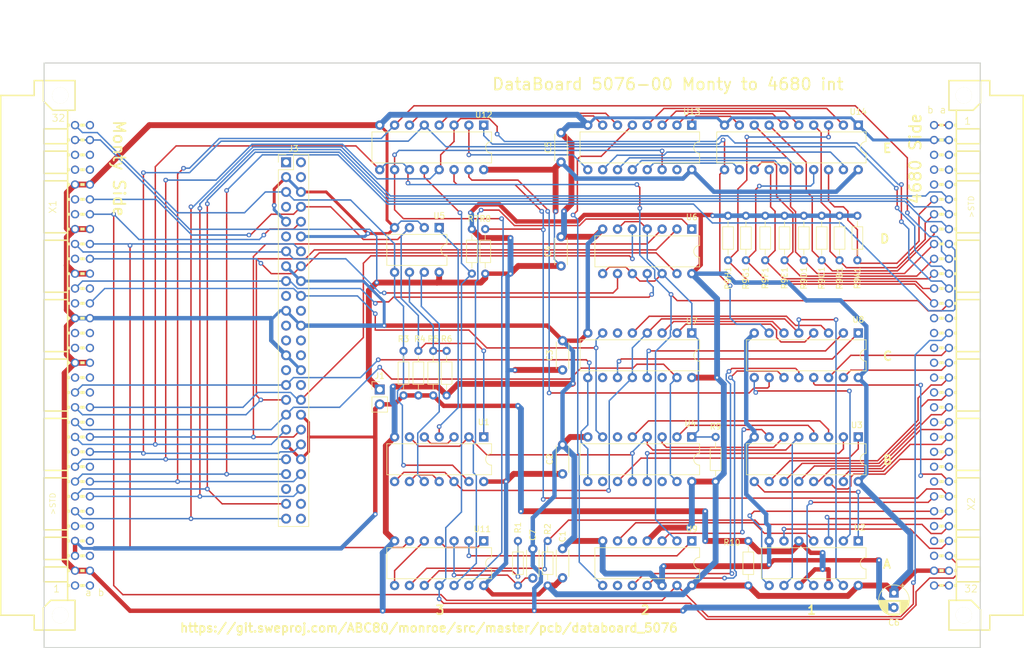
<source format=kicad_pcb>
(kicad_pcb (version 20221018) (generator pcbnew)

  (general
    (thickness 1.6)
  )

  (paper "A4")
  (title_block
    (title "DataBoard 5076-00")
    (company "SweProj")
    (comment 1 "Monty to 4680 int")
  )

  (layers
    (0 "F.Cu" signal)
    (31 "B.Cu" signal)
    (32 "B.Adhes" user "B.Adhesive")
    (33 "F.Adhes" user "F.Adhesive")
    (34 "B.Paste" user)
    (35 "F.Paste" user)
    (36 "B.SilkS" user "B.Silkscreen")
    (37 "F.SilkS" user "F.Silkscreen")
    (38 "B.Mask" user)
    (39 "F.Mask" user)
    (40 "Dwgs.User" user "User.Drawings")
    (41 "Cmts.User" user "User.Comments")
    (42 "Eco1.User" user "User.Eco1")
    (43 "Eco2.User" user "User.Eco2")
    (44 "Edge.Cuts" user)
    (45 "Margin" user)
    (46 "B.CrtYd" user "B.Courtyard")
    (47 "F.CrtYd" user "F.Courtyard")
    (48 "B.Fab" user)
    (49 "F.Fab" user)
    (50 "User.1" user)
    (51 "User.2" user)
    (52 "User.3" user)
    (53 "User.4" user)
    (54 "User.5" user)
    (55 "User.6" user)
    (56 "User.7" user)
    (57 "User.8" user)
    (58 "User.9" user)
  )

  (setup
    (pad_to_mask_clearance 0)
    (pcbplotparams
      (layerselection 0x00010fc_ffffffff)
      (plot_on_all_layers_selection 0x0000000_00000000)
      (disableapertmacros false)
      (usegerberextensions false)
      (usegerberattributes true)
      (usegerberadvancedattributes true)
      (creategerberjobfile true)
      (dashed_line_dash_ratio 12.000000)
      (dashed_line_gap_ratio 3.000000)
      (svgprecision 4)
      (plotframeref false)
      (viasonmask false)
      (mode 1)
      (useauxorigin false)
      (hpglpennumber 1)
      (hpglpenspeed 20)
      (hpglpendiameter 15.000000)
      (dxfpolygonmode true)
      (dxfimperialunits true)
      (dxfusepcbnewfont true)
      (psnegative false)
      (psa4output false)
      (plotreference true)
      (plotvalue true)
      (plotinvisibletext false)
      (sketchpadsonfab false)
      (subtractmaskfromsilk false)
      (outputformat 1)
      (mirror false)
      (drillshape 1)
      (scaleselection 1)
      (outputdirectory "")
    )
  )

  (net 0 "")
  (net 1 "unconnected-(X1A-1-PadA1)")
  (net 2 "Net-(U5-COMREF)")
  (net 3 "Net-(U5-1OUT)")
  (net 4 "unconnected-(X1A-5-PadA5)")
  (net 5 "/~{BUSRST}")
  (net 6 "/D0")
  (net 7 "/D2")
  (net 8 "/D1")
  (net 9 "/D4")
  (net 10 "Net-(U3-~{Y6})")
  (net 11 "Net-(U8-~{Y6})")
  (net 12 "unconnected-(X1A-15-PadA15)")
  (net 13 "Net-(U7-E01)")
  (net 14 "unconnected-(X1A-17-PadA17)")
  (net 15 "unconnected-(X1A-18-PadA18)")
  (net 16 "Net-(U1-Pad11)")
  (net 17 "unconnected-(X1A-20-PadA20)")
  (net 18 "Net-(U5-2OUT)")
  (net 19 "/D3")
  (net 20 "unconnected-(X1A-23-PadA23)")
  (net 21 "unconnected-(X1A-26-PadA26)")
  (net 22 "unconnected-(X1A-27-PadA27)")
  (net 23 "unconnected-(X1A-29-PadA29)")
  (net 24 "unconnected-(X1A-30-PadA30)")
  (net 25 "unconnected-(X1B-1-PadB1)")
  (net 26 "unconnected-(X1B-3-PadB3)")
  (net 27 "unconnected-(X1B-4-PadB4)")
  (net 28 "unconnected-(X1B-5-PadB5)")
  (net 29 "unconnected-(X1B-6-PadB6)")
  (net 30 "/D6")
  (net 31 "/D5")
  (net 32 "unconnected-(X1B-9-PadB9)")
  (net 33 "/D7")
  (net 34 "unconnected-(X1B-12-PadB12)")
  (net 35 "unconnected-(X1B-14-PadB14)")
  (net 36 "unconnected-(X1B-15-PadB15)")
  (net 37 "unconnected-(X1B-17-PadB17)")
  (net 38 "unconnected-(X1B-18-PadB18)")
  (net 39 "/~{PREN}")
  (net 40 "unconnected-(X1B-21-PadB21)")
  (net 41 "/~{R{slash}W}")
  (net 42 "/~{INT7}")
  (net 43 "/~{INT6}")
  (net 44 "VCC")
  (net 45 "/~{INT4}")
  (net 46 "unconnected-(X1B-29-PadB29)")
  (net 47 "unconnected-(X1B-30-PadB30)")
  (net 48 "/~{INT3}")
  (net 49 "unconnected-(X1B-32-PadB32)")
  (net 50 "/~{INT2}")
  (net 51 "Net-(U12-OEb)")
  (net 52 "/~{INT1}")
  (net 53 "Net-(U4-D0)")
  (net 54 "Net-(U3-~{E2})")
  (net 55 "/~{INT0}")
  (net 56 "Net-(U1-Pad3)")
  (net 57 "Net-(U3-A0)")
  (net 58 "/~{TREN}")
  (net 59 "/~{PRAC}")
  (net 60 "Net-(U12-OEa)")
  (net 61 "unconnected-(U7-~{Q1}-Pad6)")
  (net 62 "Net-(U3-A1)")
  (net 63 "Net-(U3-A2)")
  (net 64 "Net-(U3-~{E1})")
  (net 65 "Net-(U3-E3)")
  (net 66 "Net-(R1-Pad2)")
  (net 67 "GND")
  (net 68 "/~{STR_OUT}")
  (net 69 "Net-(C7-Pad1)")
  (net 70 "/~{STRINP}")
  (net 71 "/~{C4}")
  (net 72 "/~{C3}")
  (net 73 "/~{C2}")
  (net 74 "/~{C1}")
  (net 75 "+5V")
  (net 76 "unconnected-(U4-~{Q1}-Pad6)")
  (net 77 "unconnected-(J3-Pin_1-Pad1)")
  (net 78 "unconnected-(J3-Pin_2-Pad2)")
  (net 79 "unconnected-(U4-~{Q2}-Pad10)")
  (net 80 "unconnected-(U4-~{Q3}-Pad14)")
  (net 81 "unconnected-(J3-Pin_4-Pad4)")
  (net 82 "unconnected-(U7-~{Q2}-Pad10)")
  (net 83 "Net-(U7-Q2)")
  (net 84 "Net-(U7-Q3)")
  (net 85 "Net-(U9A-~{Q})")
  (net 86 "Net-(U3-~{Y7})")
  (net 87 "unconnected-(J3-Pin_7-Pad7)")
  (net 88 "unconnected-(U7-~{Q3}-Pad14)")
  (net 89 "Net-(U11-Pad12)")
  (net 90 "Net-(U9A-~{R})")
  (net 91 "Net-(U11-Pad1)")
  (net 92 "Net-(U11-Pad5)")
  (net 93 "unconnected-(U9A-Q-Pad5)")
  (net 94 "Net-(U7-Q1)")
  (net 95 "Net-(U7-~{Q0})")
  (net 96 "Net-(U7-Q0)")
  (net 97 "unconnected-(J3-Pin_11-Pad11)")
  (net 98 "Net-(U8-~{Y4})")
  (net 99 "Net-(U8-~{Y3})")
  (net 100 "/~{OUT}")
  (net 101 "/~{OPS}")
  (net 102 "/~{STAT}")
  (net 103 "Net-(U13-EI)")
  (net 104 "unconnected-(U9B-Q-Pad9)")
  (net 105 "Net-(U12-I1)")
  (net 106 "/~{INP}")
  (net 107 "Net-(U12-I2)")
  (net 108 "Net-(U12-I3)")
  (net 109 "Net-(U12-I4)")
  (net 110 "unconnected-(J3-Pin_19-Pad19)")
  (net 111 "Net-(U13-I4)")
  (net 112 "Net-(U13-I5)")
  (net 113 "Net-(U13-I6)")
  (net 114 "Net-(U13-I7)")
  (net 115 "Net-(U13-IO)")
  (net 116 "Net-(U13-I1)")
  (net 117 "Net-(U13-I2)")
  (net 118 "Net-(U13-I3)")
  (net 119 "unconnected-(U13-EO-Pad15)")
  (net 120 "unconnected-(J3-Pin_22-Pad22)")
  (net 121 "unconnected-(J3-Pin_23-Pad23)")
  (net 122 "unconnected-(J3-Pin_25-Pad25)")
  (net 123 "unconnected-(J3-Pin_26-Pad26)")
  (net 124 "unconnected-(J3-Pin_28-Pad28)")
  (net 125 "unconnected-(J3-Pin_29-Pad29)")
  (net 126 "unconnected-(J3-Pin_32-Pad32)")
  (net 127 "unconnected-(J3-Pin_45-Pad45)")
  (net 128 "unconnected-(J3-Pin_48-Pad48)")
  (net 129 "unconnected-(J3-Pin_50-Pad50)")
  (net 130 "unconnected-(X1A-10-PadA10)")
  (net 131 "/~{XINPSTB}")
  (net 132 "/~{XOUTSTB}")
  (net 133 "/XA5")
  (net 134 "/~{DMARQ}")
  (net 135 "/XA3")
  (net 136 "/XA4")
  (net 137 "/XA1")
  (net 138 "/~{BUSINT}")
  (net 139 "/XA6")
  (net 140 "/XA0")
  (net 141 "/XA7")
  (net 142 "/XA2")
  (net 143 "/~{CS}")
  (net 144 "/~{INT5}")
  (net 145 "/-12V")
  (net 146 "/~{TRRQ}")
  (net 147 "/~{BPCLK}")
  (net 148 "/GNDB")
  (net 149 "/~{INT}")
  (net 150 "/~{CSB}")
  (net 151 "/~{NMI}")
  (net 152 "/12V")
  (net 153 "/~{XMEMWR}")
  (net 154 "/~{XMEMFL}")
  (net 155 "/3MHz")
  (net 156 "/~{XCSB2}")
  (net 157 "/~{XCSB3}")
  (net 158 "/~{XCSB4}")
  (net 159 "/~{XCSB5}")
  (net 160 "/A11")
  (net 161 "/A10")
  (net 162 "/A9")
  (net 163 "/~{EXP}")
  (net 164 "/~{BUSEN}")
  (net 165 "/~{DSTB}")
  (net 166 "/A5")
  (net 167 "/A4")
  (net 168 "/A1")
  (net 169 "/A0")
  (net 170 "/~{DIRW{slash}R}")

  (footprint "Package_DIP:DIP-16_W7.62mm" (layer "F.Cu") (at 155.702 91.186 -90))

  (footprint "Resistor_THT:R_Axial_DIN0204_L3.6mm_D1.6mm_P7.62mm_Horizontal" (layer "F.Cu") (at 159.766 116.586 90))

  (footprint "Resistor_THT:R_Axial_DIN0204_L3.6mm_D1.6mm_P7.62mm_Horizontal" (layer "F.Cu") (at 171.546 78.74 90))

  (footprint "Package_DIP:DIP-14_W7.62mm" (layer "F.Cu") (at 120.142 126.746 -90))

  (footprint "Resistor_THT:R_Axial_DIN0204_L3.6mm_D1.6mm_P7.62mm_Horizontal" (layer "F.Cu") (at 125.984 134.366 90))

  (footprint "Resistor_THT:R_Axial_DIN0204_L3.6mm_D1.6mm_P7.62mm_Horizontal" (layer "F.Cu") (at 168.244 78.74 90))

  (footprint "Resistor_THT:R_Axial_DIN0204_L3.6mm_D1.6mm_P7.62mm_Horizontal" (layer "F.Cu") (at 131.064 134.366 90))

  (footprint "Resistor_THT:R_Axial_DIN0204_L3.6mm_D1.6mm_P7.62mm_Horizontal" (layer "F.Cu") (at 164.942 78.74 90))

  (footprint "Package_DIP:DIP-20_W7.62mm" (layer "F.Cu") (at 184.15 55.626 -90))

  (footprint "Capacitor_THT:CP_Radial_D5.0mm_P2.50mm" (layer "F.Cu") (at 190.246 135.636 -90))

  (footprint "Resistor_THT:R_Axial_DIN0204_L3.6mm_D1.6mm_P7.62mm_Horizontal" (layer "F.Cu") (at 113.792 101.854 90))

  (footprint "Resistor_THT:R_Axial_DIN0204_L3.6mm_D1.6mm_P7.62mm_Horizontal" (layer "F.Cu") (at 177.896 78.74 90))

  (footprint "Resistor_THT:R_Axial_DIN0204_L3.6mm_D1.6mm_P7.62mm_Horizontal" (layer "F.Cu") (at 180.944 78.74 90))

  (footprint "Package_DIP:DIP-16_W7.62mm" (layer "F.Cu") (at 120.142 55.626 -90))

  (footprint "Package_DIP:DIP-14_W7.62mm" (layer "F.Cu") (at 155.702 73.406 -90))

  (footprint "Capacitor_THT:C_Disc_D4.3mm_W1.9mm_P5.00mm" (layer "F.Cu") (at 133.604 115.276 90))

  (footprint "Resistor_THT:R_Axial_DIN0204_L3.6mm_D1.6mm_P7.62mm_Horizontal" (layer "F.Cu") (at 165.354 126.746 -90))

  (footprint "Capacitor_THT:C_Disc_D4.3mm_W1.9mm_P5.00mm" (layer "F.Cu") (at 133.35 61.936 90))

  (footprint "databoard_5076:FAB64Q" (layer "F.Cu") (at 202.184 94.996))

  (footprint "Resistor_THT:R_Axial_DIN0204_L3.6mm_D1.6mm_P7.62mm_Horizontal" (layer "F.Cu") (at 106.426 101.854 90))

  (footprint "Resistor_THT:R_Axial_DIN0204_L3.6mm_D1.6mm_P7.62mm_Horizontal" (layer "F.Cu") (at 161.894 78.74 90))

  (footprint "Connector_PinHeader_2.54mm:PinHeader_2x25_P2.54mm_Vertical" (layer "F.Cu") (at 86.36 61.976))

  (footprint "Connector_PinHeader_2.54mm:PinHeader_1x02_P2.54mm_Vertical" (layer "F.Cu")
    (tstamp 8f2d0c74-a2a1-41bb-8ea2-400d4674df5e)
    (at 102.362 100.838)
    (descr "Through hole straight pin header, 1x02, 2.54mm pitch, single row")
    (tags "Through hole pin header THT 1x02 2.54mm single row")
    (property "Sheetfile" "databoard_5076.kicad_sch")
    (property "Sheetname" "")
    (property "ki_description" "Generic connector, single row, 01x02, script generated")
    (property "ki_keywords" "connector")
    (path "/7191e93b-2fb5-4967-bbc7-7e04f088548a")
    (attr through_hole)
    (fp_text reference "J1" (at 0 -2.33) (layer "F.SilkS")
        (effects (font (size 1 1) (thickness 0.15)))
      (tstamp 48a0fd48-ad0d-47bc-85c6-097aec892243)
    )
    (fp_text value "Conn_01x02_Pin" (at 0 4.87) (layer "F.Fab")
        (effects (font (size 1 1) (thickness 0.15)))
      (tstamp 02a5f1bc-0dc0-4718-80e0-c5c604829a07)
    )
    (fp_text user "${REFERENCE}" (at 0 1.27 90) (layer "F.Fab")
        (effects (font (size 1 1) (thickness 0.15)))
      (tstamp 0dccc66e-4be2-4d67-8759-2c908f793d34)
    )
    (fp_line (start -1.33 -1.33) (end 0 -1.33)
      (stroke (width 0.12) (type solid)) (layer "F.SilkS") (tstamp 036694a8-ff26-4588-ad35-7b63f2937559))
    (fp_line (start -1.33 0) (e
... [339569 chars truncated]
</source>
